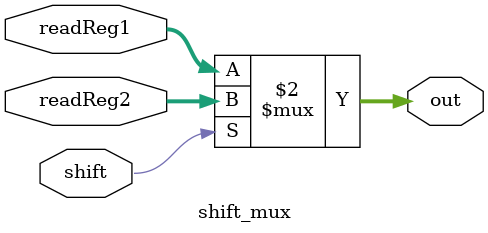
<source format=sv>
module shift_mux
(
 input logic [31:0]  readReg1,
 input logic [31:0] readReg2,
 input logic  shift,
 output logic [31:0] out
 );

   assign out = !shift ? readReg1 : readReg2;

endmodule

</source>
